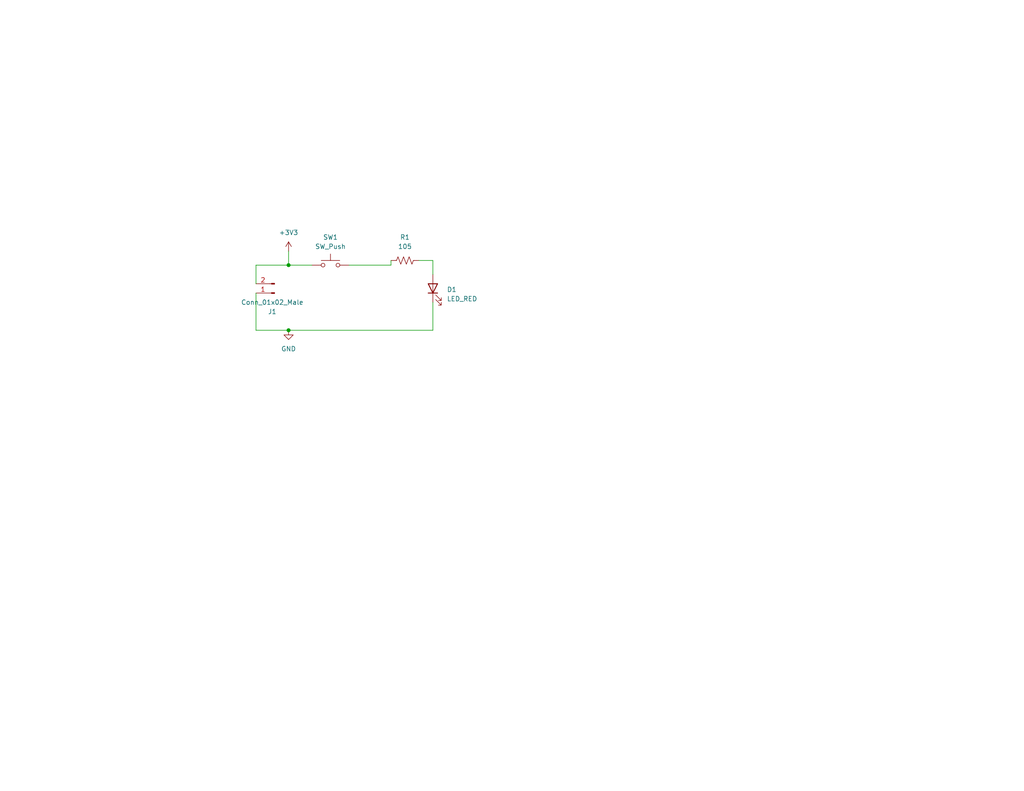
<source format=kicad_sch>
(kicad_sch (version 20230121) (generator eeschema)
  (paper "USLetter")
  (title_block (title "Hardware Project 1 ") (date "2023-09-06") (rev "1.0") (company "Illini Solar Car") (comment 1 "Designed By: Rachel Cleaver"))
  (lib_symbols
    (symbol "Connector:Conn_01x02_Male" (pin_names (offset 1.016) hide)
      (property "Reference" "J" (at 0 2.54 0))
      (property "Value" "Conn_01x02_Male" (at 0 -5.08 0))
      (symbol "Conn_01x02_Male_1_1"
        (polyline (pts (xy 1.27 -2.54) (xy 0.8636 -2.54)) (stroke (width 0.1524)))
        (polyline (pts (xy 1.27 0) (xy 0.8636 0)) (stroke (width 0.1524)))
        (rectangle (start 0.8636 -2.413) (end 0 -2.667) (stroke (width 0.1524)) (fill (type outline)))
        (rectangle (start 0.8636 0.127) (end 0 -0.127) (stroke (width 0.1524)) (fill (type outline)))
        (pin passive line (at 5.08 0 180) (length 3.81) (name "Pin_1") (number "1"))
        (pin passive line (at 5.08 -2.54 180) (length 3.81) (name "Pin_2") (number "2"))
      )
    )
    (symbol "Device:LED" (pin_numbers hide) (pin_names (offset 1.016) hide)
      (property "Reference" "D" (at 0 2.54 0))
      (property "Value" "LED" (at 0 -2.54 0))
      (symbol "LED_0_1"
        (polyline (pts (xy -1.27 -1.27) (xy -1.27 1.27)) (stroke (width 0.254)))
        (polyline (pts (xy -1.27 0) (xy 1.27 0)))
        (polyline (pts (xy 1.27 -1.27) (xy 1.27 1.27) (xy -1.27 0) (xy 1.27 -1.27)) (stroke (width 0.254)))
        (polyline (pts (xy -3.048 -0.762) (xy -4.572 -2.286) (xy -3.81 -2.286) (xy -4.572 -2.286) (xy -4.572 -1.524)))
        (polyline (pts (xy -1.778 -0.762) (xy -3.302 -2.286) (xy -2.54 -2.286) (xy -3.302 -2.286) (xy -3.302 -1.524)))
      )
      (symbol "LED_1_1"
        (pin passive line (at -3.81 0 0) (length 2.54) (name "K") (number "1"))
        (pin passive line (at 3.81 0 180) (length 2.54) (name "A") (number "2"))
      )
    )
    (symbol "Device:R_US" (pin_numbers hide) (pin_names (offset 0))
      (property "Reference" "R" (at 2.54 0 90))
      (property "Value" "R_US" (at -2.54 0 90))
      (symbol "R_US_0_1"
        (polyline (pts (xy 0 -2.286) (xy 0 -2.54)))
        (polyline (pts (xy 0 2.286) (xy 0 2.54)))
        (polyline (pts (xy 0 -0.762) (xy 1.016 -1.143) (xy 0 -1.524) (xy -1.016 -1.905) (xy 0 -2.286)))
        (polyline (pts (xy 0 0.762) (xy 1.016 0.381) (xy 0 0) (xy -1.016 -0.381) (xy 0 -0.762)))
        (polyline (pts (xy 0 2.286) (xy 1.016 1.905) (xy 0 1.524) (xy -1.016 1.143) (xy 0 0.762)))
      )
      (symbol "R_US_1_1"
        (pin passive line (at 0 3.81 270) (length 1.27) (name "~") (number "1"))
        (pin passive line (at 0 -3.81 90) (length 1.27) (name "~") (number "2"))
      )
    )
    (symbol "Switch:SW_Push" (pin_numbers hide) (pin_names (offset 1.016) hide)
      (property "Reference" "SW" (at 1.27 2.54 0))
      (property "Value" "SW_Push" (at 0 -1.524 0))
      (symbol "SW_Push_0_1"
        (circle (center -2.032 0) (radius 0.508))
        (polyline (pts (xy 0 1.27) (xy 0 3.048)))
        (polyline (pts (xy 2.54 1.27) (xy -2.54 1.27)))
        (circle (center 2.032 0) (radius 0.508))
        (pin passive line (at -5.08 0 0) (length 2.54) (name "1") (number "1"))
        (pin passive line (at 5.08 0 180) (length 2.54) (name "2") (number "2"))
      )
    )
    (symbol "power:+3.3V" (power) (pin_names (offset 0))
      (property "Value" "+3.3V" (at 0 3.556 0))
      (symbol "+3.3V_0_1"
        (polyline (pts (xy -0.762 1.27) (xy 0 2.54)))
        (polyline (pts (xy 0 0) (xy 0 2.54)))
        (polyline (pts (xy 0 2.54) (xy 0.762 1.27)))
      )
      (symbol "+3.3V_1_1"
        (pin power_in line (at 0 0 90) (length 0) hide (name "+3V3") (number "1"))
      )
    )
    (symbol "power:GND" (power) (pin_names (offset 0))
      (property "Value" "GND" (at 0 -3.81 0))
      (symbol "GND_0_1"
        (polyline (pts (xy 0 0) (xy 0 -1.27) (xy 1.27 -1.27) (xy 0 -2.54) (xy -1.27 -1.27) (xy 0 -1.27)))
      )
      (symbol "GND_1_1"
        (pin power_in line (at 0 0 270) (length 0) hide (name "GND") (number "1"))
      )
    )
  )
  (junction (at 78.74 90.17))
  (junction (at 78.74 72.39))
  (wire (pts (xy 118.11 71.12) (xy 118.11 74.93)))
  (wire (pts (xy 118.11 90.17) (xy 78.74 90.17)))
  (wire (pts (xy 69.85 72.39) (xy 69.85 77.47)))
  (wire (pts (xy 78.74 68.58) (xy 78.74 72.39)))
  (wire (pts (xy 78.74 72.39) (xy 69.85 72.39)))
  (wire (pts (xy 85.09 72.39) (xy 78.74 72.39)))
  (wire (pts (xy 106.68 72.39) (xy 106.68 71.12)))
  (wire (pts (xy 114.3 71.12) (xy 118.11 71.12)))
  (wire (pts (xy 69.85 80.01) (xy 69.85 90.17)))
  (wire (pts (xy 69.85 90.17) (xy 78.74 90.17)))
  (wire (pts (xy 95.25 72.39) (xy 106.68 72.39)))
  (wire (pts (xy 118.11 82.55) (xy 118.11 90.17)))
  (symbol (lib_id "power:GND") (at 78.74 90.17 0) (unit 1)
    (property "Reference" "#PWR02" (effects hide))
    (property "Value" "GND" (at 78.74 95.25 0))
  )
  (symbol (lib_id "Device:LED") (at 118.11 78.74 90) (unit 1)
    (property "Reference" "D1" (at 121.92 79.0575 90) (effects (justify right)))
    (property "Value" "LED_RED" (at 121.92 81.5975 90) (effects (justify right)))
    (property "Footprint" "layout:LED_0603_Symbol_on_F.SilkS" (effects hide))
  )
  (symbol (lib_id "Switch:SW_Push") (at 90.17 72.39 0) (unit 1)
    (property "Reference" "SW1" (at 90.17 64.77 0))
    (property "Value" "SW_Push" (at 90.17 67.31 0))
    (property "Footprint" "Button_Switch_SMD:SW_DIP_SPSTx01_Slide_6.7x4.1mm_W8.61mm_P2.54mm_LowProfile" (effects hide))
    (property "Datasheet" "https://www.digikey.com/en/products/detail/te-connectivity-alcoswitch-switches/1825910-6/1632536?utm_adgroup=Supplier_TE&utm_source=google&utm_medium=cpc&utm_campaign=EN_Product_SKU_MBR&utm_term=%2B1825910-6&utm_content=Supplier_TE&gclid=Cj0KCQjwp4j6BRCRARIsAGq4yMGhBEsv1v5KcRzgW34aOMlPkoRB4A-7BCN08FfGaiq_Dk_nlKJ0QU8aAhZPEALw_wcB" (effects hide))
    (property "MPN" "1825910-6" (effects hide))
  )
  (symbol (lib_id "Device:R_US") (at 110.49 71.12 90) (unit 1)
    (property "Reference" "R1" (at 110.49 64.77 90))
    (property "Value" "105" (at 110.49 67.31 90))
    (property "Footprint" "Resistor_SMD:R_0603_1608Metric_Pad0.98x0.95mm_HandSolder" (effects hide))
  )
  (symbol (lib_id "Connector:Conn_01x02_Male") (at 74.93 80.01 180) (unit 1)
    (property "Reference" "J1" (at 74.295 85.09 0))
    (property "Value" "Conn_01x02_Male" (at 74.295 82.55 0))
    (property "Footprint" "Connector_Molex:Molex_KK-254_AE-6410-02A_1x02_P2.54mm_Vertical" (effects hide))
    (property "Datasheet" "https://tools.molex.com/pdm_docs/sd/022272021_sd.pdf" (effects hide))
    (property "MPN" "022272021" (effects hide))
  )
  (symbol (lib_id "power:+3.3V") (at 78.74 68.58 0) (unit 1)
    (property "Reference" "#PWR01" (effects hide))
    (property "Value" "+3.3V" (at 78.74 63.5 0))
  )
)
</source>
